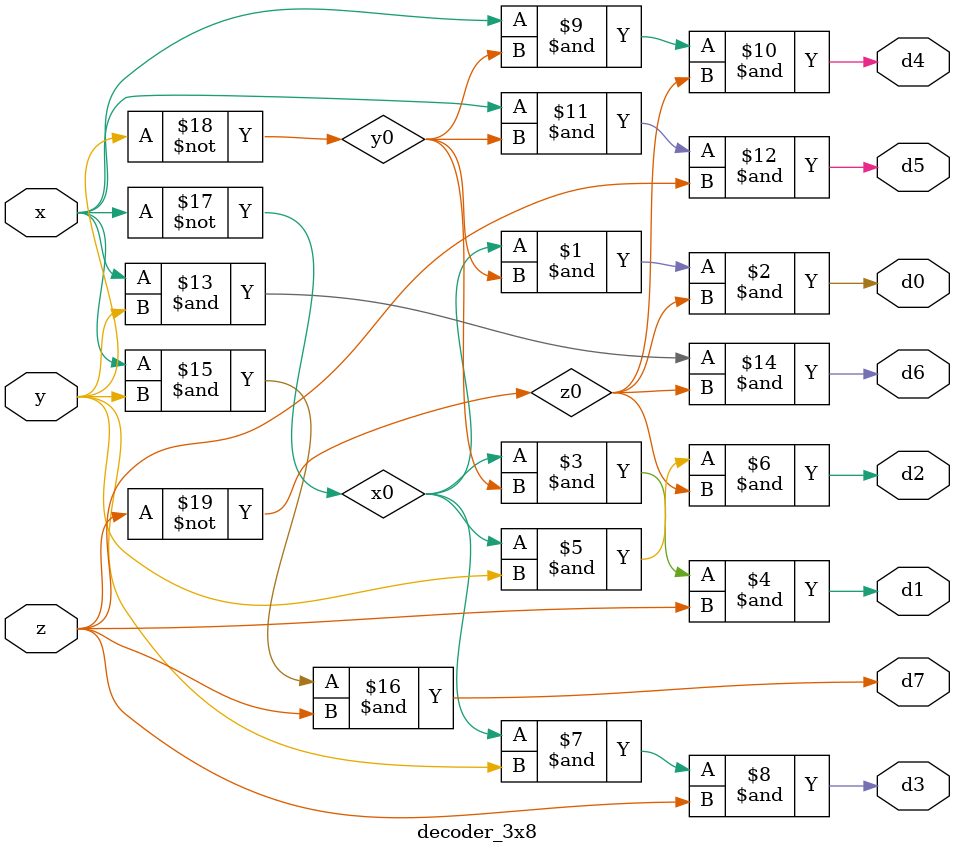
<source format=v>
module decoder_3x8(d0,d1,d2,d3,d4,d5,d6,d7,x,y,z);
	input x,y,z;
	output d0,d1,d2,d3,d4,d5,d6,d7;
	wire x0,y0,z0;
	
	not n1(x0,x);
	not n2(y0,y);
	not n3(z0,z);
	and a0(d0,x0,y0,z0);
	and a1(d1,x0,y0,z);
	and a2(d2,x0,y,z0);
	and a3(d3,x0,y,z);
	and a4(d4,x,y0,z0);
	and a5(d5,x,y0,z);
	and a6(d6,x,y,z0);
	and a7(d7,x,y,z);
endmodule

</source>
